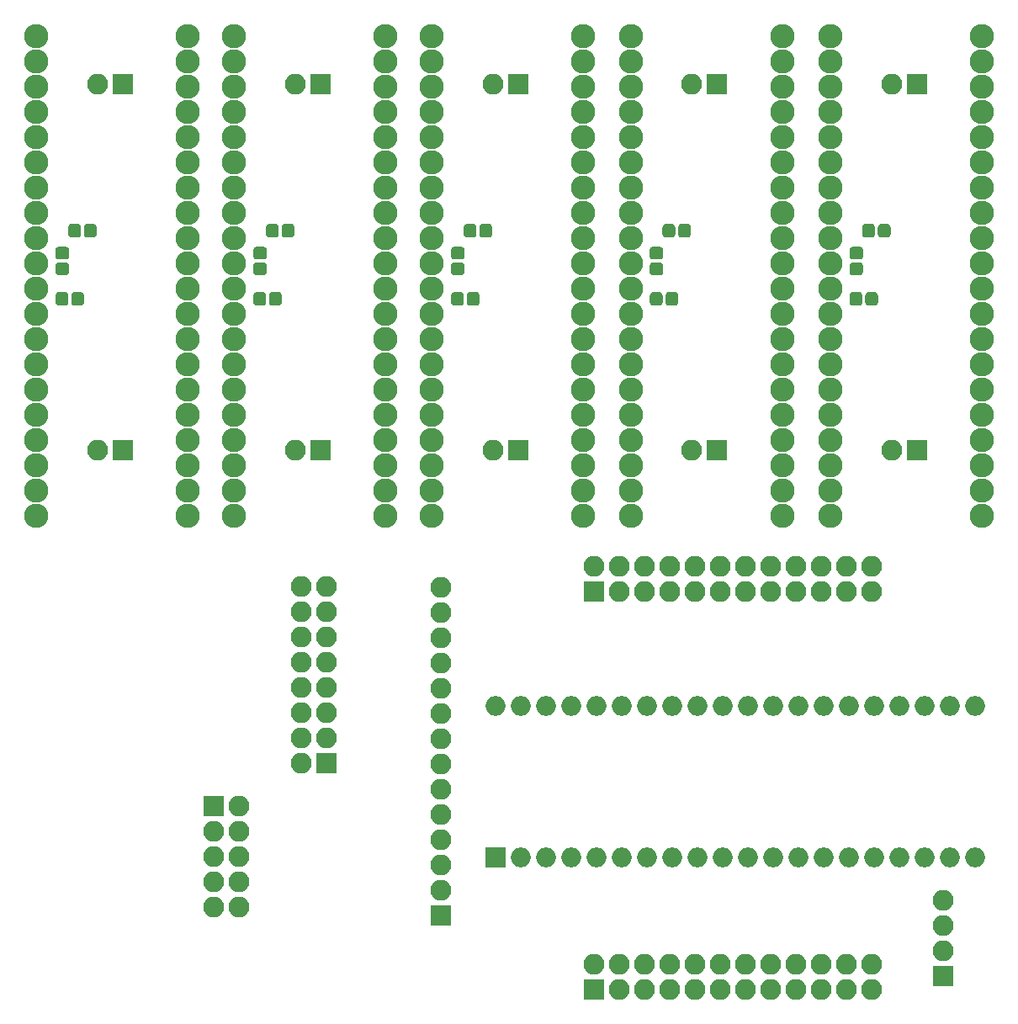
<source format=gbr>
G04 #@! TF.GenerationSoftware,KiCad,Pcbnew,5.0.0*
G04 #@! TF.CreationDate,2018-10-25T12:48:18+02:00*
G04 #@! TF.ProjectId,WaterFanBoard,576174657246616E426F6172642E6B69,rev?*
G04 #@! TF.SameCoordinates,Original*
G04 #@! TF.FileFunction,Soldermask,Bot*
G04 #@! TF.FilePolarity,Negative*
%FSLAX46Y46*%
G04 Gerber Fmt 4.6, Leading zero omitted, Abs format (unit mm)*
G04 Created by KiCad (PCBNEW 5.0.0) date Thu Oct 25 12:48:18 2018*
%MOMM*%
%LPD*%
G01*
G04 APERTURE LIST*
%ADD10R,2.100000X2.100000*%
%ADD11O,2.100000X2.100000*%
%ADD12O,2.000000X2.000000*%
%ADD13R,2.000000X2.000000*%
%ADD14O,2.450000X2.450000*%
%ADD15C,0.100000*%
%ADD16C,1.275000*%
G04 APERTURE END LIST*
D10*
G04 #@! TO.C,J1*
X142995237Y-190462313D03*
D11*
X142995237Y-187922313D03*
X142995237Y-185382313D03*
X142995237Y-182842313D03*
X142995237Y-180302313D03*
X142995237Y-177762313D03*
X142995237Y-175222313D03*
X142995237Y-172682313D03*
X142995237Y-170142313D03*
X142995237Y-167602313D03*
X142995237Y-165062313D03*
X142995237Y-162522313D03*
X142995237Y-159982313D03*
X142995237Y-157442313D03*
G04 #@! TD*
D10*
G04 #@! TO.C,J3*
X120095237Y-179462313D03*
D11*
X122635237Y-179462313D03*
X120095237Y-182002313D03*
X122635237Y-182002313D03*
X120095237Y-184542313D03*
X122635237Y-184542313D03*
X120095237Y-187082313D03*
X122635237Y-187082313D03*
X120095237Y-189622313D03*
X122635237Y-189622313D03*
G04 #@! TD*
D10*
G04 #@! TO.C,J2*
X131495237Y-175142313D03*
D11*
X128955237Y-175142313D03*
X131495237Y-172602313D03*
X128955237Y-172602313D03*
X131495237Y-170062313D03*
X128955237Y-170062313D03*
X131495237Y-167522313D03*
X128955237Y-167522313D03*
X131495237Y-164982313D03*
X128955237Y-164982313D03*
X131495237Y-162442313D03*
X128955237Y-162442313D03*
X131495237Y-159902313D03*
X128955237Y-159902313D03*
X131495237Y-157362313D03*
X128955237Y-157362313D03*
G04 #@! TD*
G04 #@! TO.C,J2*
X193510058Y-188945591D03*
X193510058Y-191485591D03*
X193510058Y-194025591D03*
D10*
X193510058Y-196565591D03*
G04 #@! TD*
G04 #@! TO.C,J3*
X158410058Y-157865591D03*
D11*
X158410058Y-155325591D03*
X160950058Y-157865591D03*
X160950058Y-155325591D03*
X163490058Y-157865591D03*
X163490058Y-155325591D03*
X166030058Y-157865591D03*
X166030058Y-155325591D03*
X168570058Y-157865591D03*
X168570058Y-155325591D03*
X171110058Y-157865591D03*
X171110058Y-155325591D03*
X173650058Y-157865591D03*
X173650058Y-155325591D03*
X176190058Y-157865591D03*
X176190058Y-155325591D03*
X178730058Y-157865591D03*
X178730058Y-155325591D03*
X181270058Y-157865591D03*
X181270058Y-155325591D03*
X183810058Y-157865591D03*
X183810058Y-155325591D03*
X186350058Y-157865591D03*
X186350058Y-155325591D03*
G04 #@! TD*
G04 #@! TO.C,J1*
X186350058Y-195325591D03*
X186350058Y-197865591D03*
X183810058Y-195325591D03*
X183810058Y-197865591D03*
X181270058Y-195325591D03*
X181270058Y-197865591D03*
X178730058Y-195325591D03*
X178730058Y-197865591D03*
X176190058Y-195325591D03*
X176190058Y-197865591D03*
X173650058Y-195325591D03*
X173650058Y-197865591D03*
X171110058Y-195325591D03*
X171110058Y-197865591D03*
X168570058Y-195325591D03*
X168570058Y-197865591D03*
X166030058Y-195325591D03*
X166030058Y-197865591D03*
X163490058Y-195325591D03*
X163490058Y-197865591D03*
X160950058Y-195325591D03*
X160950058Y-197865591D03*
X158410058Y-195325591D03*
D10*
X158410058Y-197865591D03*
G04 #@! TD*
D12*
G04 #@! TO.C,U1*
X148510058Y-169325591D03*
X196770058Y-184565591D03*
X151050058Y-169325591D03*
X194230058Y-184565591D03*
X153590058Y-169325591D03*
X191690058Y-184565591D03*
X156130058Y-169325591D03*
X189150058Y-184565591D03*
X158670058Y-169325591D03*
X186610058Y-184565591D03*
X161210058Y-169325591D03*
X184070058Y-184565591D03*
X163750058Y-169325591D03*
X181530058Y-184565591D03*
X166290058Y-169325591D03*
X178990058Y-184565591D03*
X168830058Y-169325591D03*
X176450058Y-184565591D03*
X171370058Y-169325591D03*
X173910058Y-184565591D03*
X173910058Y-169325591D03*
X171370058Y-184565591D03*
X176450058Y-169325591D03*
X168830058Y-184565591D03*
X178990058Y-169325591D03*
X166290058Y-184565591D03*
X181530058Y-169325591D03*
X163750058Y-184565591D03*
X184070058Y-169325591D03*
X161210058Y-184565591D03*
X186610058Y-169325591D03*
X158670058Y-184565591D03*
X189150058Y-169325591D03*
X156130058Y-184565591D03*
X191690058Y-169325591D03*
X153590058Y-184565591D03*
X194230058Y-169325591D03*
X151050058Y-184565591D03*
X196770058Y-169325591D03*
D13*
X148510058Y-184565591D03*
G04 #@! TD*
D14*
G04 #@! TO.C,U1*
X117513000Y-150246000D03*
X117513000Y-147706000D03*
X117513000Y-145166000D03*
X117513000Y-142626000D03*
X117513000Y-140086000D03*
X117513000Y-137546000D03*
X117513000Y-135006000D03*
X117513000Y-132466000D03*
X117513000Y-129926000D03*
X117513000Y-127386000D03*
X117513000Y-124846000D03*
X117513000Y-122306000D03*
X117513000Y-119766000D03*
X117513000Y-117226000D03*
X117513000Y-114686000D03*
X117513000Y-112146000D03*
X117513000Y-109606000D03*
X117513000Y-107066000D03*
X117513000Y-104526000D03*
X117513000Y-101986000D03*
X102273000Y-101986000D03*
X102273000Y-104526000D03*
X102273000Y-107066000D03*
X102273000Y-109606000D03*
X102273000Y-112146000D03*
X102273000Y-114686000D03*
X102273000Y-117226000D03*
X102273000Y-119766000D03*
X102273000Y-122306000D03*
X102273000Y-124846000D03*
X102273000Y-127386000D03*
X102273000Y-129926000D03*
X102273000Y-132466000D03*
X102273000Y-135006000D03*
X102273000Y-137546000D03*
X102273000Y-140086000D03*
X102273000Y-142626000D03*
X102273000Y-145166000D03*
X102273000Y-147706000D03*
X102273000Y-150246000D03*
G04 #@! TD*
D15*
G04 #@! TO.C,R7*
G36*
X108041493Y-120870535D02*
X108072435Y-120875125D01*
X108102778Y-120882725D01*
X108132230Y-120893263D01*
X108160508Y-120906638D01*
X108187338Y-120922719D01*
X108212463Y-120941353D01*
X108235640Y-120962360D01*
X108256647Y-120985537D01*
X108275281Y-121010662D01*
X108291362Y-121037492D01*
X108304737Y-121065770D01*
X108315275Y-121095222D01*
X108322875Y-121125565D01*
X108327465Y-121156507D01*
X108329000Y-121187750D01*
X108329000Y-121900250D01*
X108327465Y-121931493D01*
X108322875Y-121962435D01*
X108315275Y-121992778D01*
X108304737Y-122022230D01*
X108291362Y-122050508D01*
X108275281Y-122077338D01*
X108256647Y-122102463D01*
X108235640Y-122125640D01*
X108212463Y-122146647D01*
X108187338Y-122165281D01*
X108160508Y-122181362D01*
X108132230Y-122194737D01*
X108102778Y-122205275D01*
X108072435Y-122212875D01*
X108041493Y-122217465D01*
X108010250Y-122219000D01*
X107372750Y-122219000D01*
X107341507Y-122217465D01*
X107310565Y-122212875D01*
X107280222Y-122205275D01*
X107250770Y-122194737D01*
X107222492Y-122181362D01*
X107195662Y-122165281D01*
X107170537Y-122146647D01*
X107147360Y-122125640D01*
X107126353Y-122102463D01*
X107107719Y-122077338D01*
X107091638Y-122050508D01*
X107078263Y-122022230D01*
X107067725Y-121992778D01*
X107060125Y-121962435D01*
X107055535Y-121931493D01*
X107054000Y-121900250D01*
X107054000Y-121187750D01*
X107055535Y-121156507D01*
X107060125Y-121125565D01*
X107067725Y-121095222D01*
X107078263Y-121065770D01*
X107091638Y-121037492D01*
X107107719Y-121010662D01*
X107126353Y-120985537D01*
X107147360Y-120962360D01*
X107170537Y-120941353D01*
X107195662Y-120922719D01*
X107222492Y-120906638D01*
X107250770Y-120893263D01*
X107280222Y-120882725D01*
X107310565Y-120875125D01*
X107341507Y-120870535D01*
X107372750Y-120869000D01*
X108010250Y-120869000D01*
X108041493Y-120870535D01*
X108041493Y-120870535D01*
G37*
D16*
X107691500Y-121544000D03*
D15*
G36*
X106466493Y-120870535D02*
X106497435Y-120875125D01*
X106527778Y-120882725D01*
X106557230Y-120893263D01*
X106585508Y-120906638D01*
X106612338Y-120922719D01*
X106637463Y-120941353D01*
X106660640Y-120962360D01*
X106681647Y-120985537D01*
X106700281Y-121010662D01*
X106716362Y-121037492D01*
X106729737Y-121065770D01*
X106740275Y-121095222D01*
X106747875Y-121125565D01*
X106752465Y-121156507D01*
X106754000Y-121187750D01*
X106754000Y-121900250D01*
X106752465Y-121931493D01*
X106747875Y-121962435D01*
X106740275Y-121992778D01*
X106729737Y-122022230D01*
X106716362Y-122050508D01*
X106700281Y-122077338D01*
X106681647Y-122102463D01*
X106660640Y-122125640D01*
X106637463Y-122146647D01*
X106612338Y-122165281D01*
X106585508Y-122181362D01*
X106557230Y-122194737D01*
X106527778Y-122205275D01*
X106497435Y-122212875D01*
X106466493Y-122217465D01*
X106435250Y-122219000D01*
X105797750Y-122219000D01*
X105766507Y-122217465D01*
X105735565Y-122212875D01*
X105705222Y-122205275D01*
X105675770Y-122194737D01*
X105647492Y-122181362D01*
X105620662Y-122165281D01*
X105595537Y-122146647D01*
X105572360Y-122125640D01*
X105551353Y-122102463D01*
X105532719Y-122077338D01*
X105516638Y-122050508D01*
X105503263Y-122022230D01*
X105492725Y-121992778D01*
X105485125Y-121962435D01*
X105480535Y-121931493D01*
X105479000Y-121900250D01*
X105479000Y-121187750D01*
X105480535Y-121156507D01*
X105485125Y-121125565D01*
X105492725Y-121095222D01*
X105503263Y-121065770D01*
X105516638Y-121037492D01*
X105532719Y-121010662D01*
X105551353Y-120985537D01*
X105572360Y-120962360D01*
X105595537Y-120941353D01*
X105620662Y-120922719D01*
X105647492Y-120906638D01*
X105675770Y-120893263D01*
X105705222Y-120882725D01*
X105735565Y-120875125D01*
X105766507Y-120870535D01*
X105797750Y-120869000D01*
X106435250Y-120869000D01*
X106466493Y-120870535D01*
X106466493Y-120870535D01*
G37*
D16*
X106116500Y-121544000D03*
G04 #@! TD*
D15*
G04 #@! TO.C,R6*
G36*
X106771493Y-127728535D02*
X106802435Y-127733125D01*
X106832778Y-127740725D01*
X106862230Y-127751263D01*
X106890508Y-127764638D01*
X106917338Y-127780719D01*
X106942463Y-127799353D01*
X106965640Y-127820360D01*
X106986647Y-127843537D01*
X107005281Y-127868662D01*
X107021362Y-127895492D01*
X107034737Y-127923770D01*
X107045275Y-127953222D01*
X107052875Y-127983565D01*
X107057465Y-128014507D01*
X107059000Y-128045750D01*
X107059000Y-128758250D01*
X107057465Y-128789493D01*
X107052875Y-128820435D01*
X107045275Y-128850778D01*
X107034737Y-128880230D01*
X107021362Y-128908508D01*
X107005281Y-128935338D01*
X106986647Y-128960463D01*
X106965640Y-128983640D01*
X106942463Y-129004647D01*
X106917338Y-129023281D01*
X106890508Y-129039362D01*
X106862230Y-129052737D01*
X106832778Y-129063275D01*
X106802435Y-129070875D01*
X106771493Y-129075465D01*
X106740250Y-129077000D01*
X106102750Y-129077000D01*
X106071507Y-129075465D01*
X106040565Y-129070875D01*
X106010222Y-129063275D01*
X105980770Y-129052737D01*
X105952492Y-129039362D01*
X105925662Y-129023281D01*
X105900537Y-129004647D01*
X105877360Y-128983640D01*
X105856353Y-128960463D01*
X105837719Y-128935338D01*
X105821638Y-128908508D01*
X105808263Y-128880230D01*
X105797725Y-128850778D01*
X105790125Y-128820435D01*
X105785535Y-128789493D01*
X105784000Y-128758250D01*
X105784000Y-128045750D01*
X105785535Y-128014507D01*
X105790125Y-127983565D01*
X105797725Y-127953222D01*
X105808263Y-127923770D01*
X105821638Y-127895492D01*
X105837719Y-127868662D01*
X105856353Y-127843537D01*
X105877360Y-127820360D01*
X105900537Y-127799353D01*
X105925662Y-127780719D01*
X105952492Y-127764638D01*
X105980770Y-127751263D01*
X106010222Y-127740725D01*
X106040565Y-127733125D01*
X106071507Y-127728535D01*
X106102750Y-127727000D01*
X106740250Y-127727000D01*
X106771493Y-127728535D01*
X106771493Y-127728535D01*
G37*
D16*
X106421500Y-128402000D03*
D15*
G36*
X105196493Y-127728535D02*
X105227435Y-127733125D01*
X105257778Y-127740725D01*
X105287230Y-127751263D01*
X105315508Y-127764638D01*
X105342338Y-127780719D01*
X105367463Y-127799353D01*
X105390640Y-127820360D01*
X105411647Y-127843537D01*
X105430281Y-127868662D01*
X105446362Y-127895492D01*
X105459737Y-127923770D01*
X105470275Y-127953222D01*
X105477875Y-127983565D01*
X105482465Y-128014507D01*
X105484000Y-128045750D01*
X105484000Y-128758250D01*
X105482465Y-128789493D01*
X105477875Y-128820435D01*
X105470275Y-128850778D01*
X105459737Y-128880230D01*
X105446362Y-128908508D01*
X105430281Y-128935338D01*
X105411647Y-128960463D01*
X105390640Y-128983640D01*
X105367463Y-129004647D01*
X105342338Y-129023281D01*
X105315508Y-129039362D01*
X105287230Y-129052737D01*
X105257778Y-129063275D01*
X105227435Y-129070875D01*
X105196493Y-129075465D01*
X105165250Y-129077000D01*
X104527750Y-129077000D01*
X104496507Y-129075465D01*
X104465565Y-129070875D01*
X104435222Y-129063275D01*
X104405770Y-129052737D01*
X104377492Y-129039362D01*
X104350662Y-129023281D01*
X104325537Y-129004647D01*
X104302360Y-128983640D01*
X104281353Y-128960463D01*
X104262719Y-128935338D01*
X104246638Y-128908508D01*
X104233263Y-128880230D01*
X104222725Y-128850778D01*
X104215125Y-128820435D01*
X104210535Y-128789493D01*
X104209000Y-128758250D01*
X104209000Y-128045750D01*
X104210535Y-128014507D01*
X104215125Y-127983565D01*
X104222725Y-127953222D01*
X104233263Y-127923770D01*
X104246638Y-127895492D01*
X104262719Y-127868662D01*
X104281353Y-127843537D01*
X104302360Y-127820360D01*
X104325537Y-127799353D01*
X104350662Y-127780719D01*
X104377492Y-127764638D01*
X104405770Y-127751263D01*
X104435222Y-127740725D01*
X104465565Y-127733125D01*
X104496507Y-127728535D01*
X104527750Y-127727000D01*
X105165250Y-127727000D01*
X105196493Y-127728535D01*
X105196493Y-127728535D01*
G37*
D16*
X104846500Y-128402000D03*
G04 #@! TD*
D15*
G04 #@! TO.C,R5*
G36*
X105259493Y-124743535D02*
X105290435Y-124748125D01*
X105320778Y-124755725D01*
X105350230Y-124766263D01*
X105378508Y-124779638D01*
X105405338Y-124795719D01*
X105430463Y-124814353D01*
X105453640Y-124835360D01*
X105474647Y-124858537D01*
X105493281Y-124883662D01*
X105509362Y-124910492D01*
X105522737Y-124938770D01*
X105533275Y-124968222D01*
X105540875Y-124998565D01*
X105545465Y-125029507D01*
X105547000Y-125060750D01*
X105547000Y-125698250D01*
X105545465Y-125729493D01*
X105540875Y-125760435D01*
X105533275Y-125790778D01*
X105522737Y-125820230D01*
X105509362Y-125848508D01*
X105493281Y-125875338D01*
X105474647Y-125900463D01*
X105453640Y-125923640D01*
X105430463Y-125944647D01*
X105405338Y-125963281D01*
X105378508Y-125979362D01*
X105350230Y-125992737D01*
X105320778Y-126003275D01*
X105290435Y-126010875D01*
X105259493Y-126015465D01*
X105228250Y-126017000D01*
X104515750Y-126017000D01*
X104484507Y-126015465D01*
X104453565Y-126010875D01*
X104423222Y-126003275D01*
X104393770Y-125992737D01*
X104365492Y-125979362D01*
X104338662Y-125963281D01*
X104313537Y-125944647D01*
X104290360Y-125923640D01*
X104269353Y-125900463D01*
X104250719Y-125875338D01*
X104234638Y-125848508D01*
X104221263Y-125820230D01*
X104210725Y-125790778D01*
X104203125Y-125760435D01*
X104198535Y-125729493D01*
X104197000Y-125698250D01*
X104197000Y-125060750D01*
X104198535Y-125029507D01*
X104203125Y-124998565D01*
X104210725Y-124968222D01*
X104221263Y-124938770D01*
X104234638Y-124910492D01*
X104250719Y-124883662D01*
X104269353Y-124858537D01*
X104290360Y-124835360D01*
X104313537Y-124814353D01*
X104338662Y-124795719D01*
X104365492Y-124779638D01*
X104393770Y-124766263D01*
X104423222Y-124755725D01*
X104453565Y-124748125D01*
X104484507Y-124743535D01*
X104515750Y-124742000D01*
X105228250Y-124742000D01*
X105259493Y-124743535D01*
X105259493Y-124743535D01*
G37*
D16*
X104872000Y-125379500D03*
D15*
G36*
X105259493Y-123168535D02*
X105290435Y-123173125D01*
X105320778Y-123180725D01*
X105350230Y-123191263D01*
X105378508Y-123204638D01*
X105405338Y-123220719D01*
X105430463Y-123239353D01*
X105453640Y-123260360D01*
X105474647Y-123283537D01*
X105493281Y-123308662D01*
X105509362Y-123335492D01*
X105522737Y-123363770D01*
X105533275Y-123393222D01*
X105540875Y-123423565D01*
X105545465Y-123454507D01*
X105547000Y-123485750D01*
X105547000Y-124123250D01*
X105545465Y-124154493D01*
X105540875Y-124185435D01*
X105533275Y-124215778D01*
X105522737Y-124245230D01*
X105509362Y-124273508D01*
X105493281Y-124300338D01*
X105474647Y-124325463D01*
X105453640Y-124348640D01*
X105430463Y-124369647D01*
X105405338Y-124388281D01*
X105378508Y-124404362D01*
X105350230Y-124417737D01*
X105320778Y-124428275D01*
X105290435Y-124435875D01*
X105259493Y-124440465D01*
X105228250Y-124442000D01*
X104515750Y-124442000D01*
X104484507Y-124440465D01*
X104453565Y-124435875D01*
X104423222Y-124428275D01*
X104393770Y-124417737D01*
X104365492Y-124404362D01*
X104338662Y-124388281D01*
X104313537Y-124369647D01*
X104290360Y-124348640D01*
X104269353Y-124325463D01*
X104250719Y-124300338D01*
X104234638Y-124273508D01*
X104221263Y-124245230D01*
X104210725Y-124215778D01*
X104203125Y-124185435D01*
X104198535Y-124154493D01*
X104197000Y-124123250D01*
X104197000Y-123485750D01*
X104198535Y-123454507D01*
X104203125Y-123423565D01*
X104210725Y-123393222D01*
X104221263Y-123363770D01*
X104234638Y-123335492D01*
X104250719Y-123308662D01*
X104269353Y-123283537D01*
X104290360Y-123260360D01*
X104313537Y-123239353D01*
X104338662Y-123220719D01*
X104365492Y-123204638D01*
X104393770Y-123191263D01*
X104423222Y-123180725D01*
X104453565Y-123173125D01*
X104484507Y-123168535D01*
X104515750Y-123167000D01*
X105228250Y-123167000D01*
X105259493Y-123168535D01*
X105259493Y-123168535D01*
G37*
D16*
X104872000Y-123804500D03*
G04 #@! TD*
D10*
G04 #@! TO.C,J1*
X110968000Y-143642000D03*
D11*
X108428000Y-143642000D03*
G04 #@! TD*
D10*
G04 #@! TO.C,J2*
X110968000Y-106812000D03*
D11*
X108428000Y-106812000D03*
G04 #@! TD*
D14*
G04 #@! TO.C,U1*
X137413000Y-150246000D03*
X137413000Y-147706000D03*
X137413000Y-145166000D03*
X137413000Y-142626000D03*
X137413000Y-140086000D03*
X137413000Y-137546000D03*
X137413000Y-135006000D03*
X137413000Y-132466000D03*
X137413000Y-129926000D03*
X137413000Y-127386000D03*
X137413000Y-124846000D03*
X137413000Y-122306000D03*
X137413000Y-119766000D03*
X137413000Y-117226000D03*
X137413000Y-114686000D03*
X137413000Y-112146000D03*
X137413000Y-109606000D03*
X137413000Y-107066000D03*
X137413000Y-104526000D03*
X137413000Y-101986000D03*
X122173000Y-101986000D03*
X122173000Y-104526000D03*
X122173000Y-107066000D03*
X122173000Y-109606000D03*
X122173000Y-112146000D03*
X122173000Y-114686000D03*
X122173000Y-117226000D03*
X122173000Y-119766000D03*
X122173000Y-122306000D03*
X122173000Y-124846000D03*
X122173000Y-127386000D03*
X122173000Y-129926000D03*
X122173000Y-132466000D03*
X122173000Y-135006000D03*
X122173000Y-137546000D03*
X122173000Y-140086000D03*
X122173000Y-142626000D03*
X122173000Y-145166000D03*
X122173000Y-147706000D03*
X122173000Y-150246000D03*
G04 #@! TD*
D15*
G04 #@! TO.C,R7*
G36*
X127941493Y-120870535D02*
X127972435Y-120875125D01*
X128002778Y-120882725D01*
X128032230Y-120893263D01*
X128060508Y-120906638D01*
X128087338Y-120922719D01*
X128112463Y-120941353D01*
X128135640Y-120962360D01*
X128156647Y-120985537D01*
X128175281Y-121010662D01*
X128191362Y-121037492D01*
X128204737Y-121065770D01*
X128215275Y-121095222D01*
X128222875Y-121125565D01*
X128227465Y-121156507D01*
X128229000Y-121187750D01*
X128229000Y-121900250D01*
X128227465Y-121931493D01*
X128222875Y-121962435D01*
X128215275Y-121992778D01*
X128204737Y-122022230D01*
X128191362Y-122050508D01*
X128175281Y-122077338D01*
X128156647Y-122102463D01*
X128135640Y-122125640D01*
X128112463Y-122146647D01*
X128087338Y-122165281D01*
X128060508Y-122181362D01*
X128032230Y-122194737D01*
X128002778Y-122205275D01*
X127972435Y-122212875D01*
X127941493Y-122217465D01*
X127910250Y-122219000D01*
X127272750Y-122219000D01*
X127241507Y-122217465D01*
X127210565Y-122212875D01*
X127180222Y-122205275D01*
X127150770Y-122194737D01*
X127122492Y-122181362D01*
X127095662Y-122165281D01*
X127070537Y-122146647D01*
X127047360Y-122125640D01*
X127026353Y-122102463D01*
X127007719Y-122077338D01*
X126991638Y-122050508D01*
X126978263Y-122022230D01*
X126967725Y-121992778D01*
X126960125Y-121962435D01*
X126955535Y-121931493D01*
X126954000Y-121900250D01*
X126954000Y-121187750D01*
X126955535Y-121156507D01*
X126960125Y-121125565D01*
X126967725Y-121095222D01*
X126978263Y-121065770D01*
X126991638Y-121037492D01*
X127007719Y-121010662D01*
X127026353Y-120985537D01*
X127047360Y-120962360D01*
X127070537Y-120941353D01*
X127095662Y-120922719D01*
X127122492Y-120906638D01*
X127150770Y-120893263D01*
X127180222Y-120882725D01*
X127210565Y-120875125D01*
X127241507Y-120870535D01*
X127272750Y-120869000D01*
X127910250Y-120869000D01*
X127941493Y-120870535D01*
X127941493Y-120870535D01*
G37*
D16*
X127591500Y-121544000D03*
D15*
G36*
X126366493Y-120870535D02*
X126397435Y-120875125D01*
X126427778Y-120882725D01*
X126457230Y-120893263D01*
X126485508Y-120906638D01*
X126512338Y-120922719D01*
X126537463Y-120941353D01*
X126560640Y-120962360D01*
X126581647Y-120985537D01*
X126600281Y-121010662D01*
X126616362Y-121037492D01*
X126629737Y-121065770D01*
X126640275Y-121095222D01*
X126647875Y-121125565D01*
X126652465Y-121156507D01*
X126654000Y-121187750D01*
X126654000Y-121900250D01*
X126652465Y-121931493D01*
X126647875Y-121962435D01*
X126640275Y-121992778D01*
X126629737Y-122022230D01*
X126616362Y-122050508D01*
X126600281Y-122077338D01*
X126581647Y-122102463D01*
X126560640Y-122125640D01*
X126537463Y-122146647D01*
X126512338Y-122165281D01*
X126485508Y-122181362D01*
X126457230Y-122194737D01*
X126427778Y-122205275D01*
X126397435Y-122212875D01*
X126366493Y-122217465D01*
X126335250Y-122219000D01*
X125697750Y-122219000D01*
X125666507Y-122217465D01*
X125635565Y-122212875D01*
X125605222Y-122205275D01*
X125575770Y-122194737D01*
X125547492Y-122181362D01*
X125520662Y-122165281D01*
X125495537Y-122146647D01*
X125472360Y-122125640D01*
X125451353Y-122102463D01*
X125432719Y-122077338D01*
X125416638Y-122050508D01*
X125403263Y-122022230D01*
X125392725Y-121992778D01*
X125385125Y-121962435D01*
X125380535Y-121931493D01*
X125379000Y-121900250D01*
X125379000Y-121187750D01*
X125380535Y-121156507D01*
X125385125Y-121125565D01*
X125392725Y-121095222D01*
X125403263Y-121065770D01*
X125416638Y-121037492D01*
X125432719Y-121010662D01*
X125451353Y-120985537D01*
X125472360Y-120962360D01*
X125495537Y-120941353D01*
X125520662Y-120922719D01*
X125547492Y-120906638D01*
X125575770Y-120893263D01*
X125605222Y-120882725D01*
X125635565Y-120875125D01*
X125666507Y-120870535D01*
X125697750Y-120869000D01*
X126335250Y-120869000D01*
X126366493Y-120870535D01*
X126366493Y-120870535D01*
G37*
D16*
X126016500Y-121544000D03*
G04 #@! TD*
D15*
G04 #@! TO.C,R6*
G36*
X126671493Y-127728535D02*
X126702435Y-127733125D01*
X126732778Y-127740725D01*
X126762230Y-127751263D01*
X126790508Y-127764638D01*
X126817338Y-127780719D01*
X126842463Y-127799353D01*
X126865640Y-127820360D01*
X126886647Y-127843537D01*
X126905281Y-127868662D01*
X126921362Y-127895492D01*
X126934737Y-127923770D01*
X126945275Y-127953222D01*
X126952875Y-127983565D01*
X126957465Y-128014507D01*
X126959000Y-128045750D01*
X126959000Y-128758250D01*
X126957465Y-128789493D01*
X126952875Y-128820435D01*
X126945275Y-128850778D01*
X126934737Y-128880230D01*
X126921362Y-128908508D01*
X126905281Y-128935338D01*
X126886647Y-128960463D01*
X126865640Y-128983640D01*
X126842463Y-129004647D01*
X126817338Y-129023281D01*
X126790508Y-129039362D01*
X126762230Y-129052737D01*
X126732778Y-129063275D01*
X126702435Y-129070875D01*
X126671493Y-129075465D01*
X126640250Y-129077000D01*
X126002750Y-129077000D01*
X125971507Y-129075465D01*
X125940565Y-129070875D01*
X125910222Y-129063275D01*
X125880770Y-129052737D01*
X125852492Y-129039362D01*
X125825662Y-129023281D01*
X125800537Y-129004647D01*
X125777360Y-128983640D01*
X125756353Y-128960463D01*
X125737719Y-128935338D01*
X125721638Y-128908508D01*
X125708263Y-128880230D01*
X125697725Y-128850778D01*
X125690125Y-128820435D01*
X125685535Y-128789493D01*
X125684000Y-128758250D01*
X125684000Y-128045750D01*
X125685535Y-128014507D01*
X125690125Y-127983565D01*
X125697725Y-127953222D01*
X125708263Y-127923770D01*
X125721638Y-127895492D01*
X125737719Y-127868662D01*
X125756353Y-127843537D01*
X125777360Y-127820360D01*
X125800537Y-127799353D01*
X125825662Y-127780719D01*
X125852492Y-127764638D01*
X125880770Y-127751263D01*
X125910222Y-127740725D01*
X125940565Y-127733125D01*
X125971507Y-127728535D01*
X126002750Y-127727000D01*
X126640250Y-127727000D01*
X126671493Y-127728535D01*
X126671493Y-127728535D01*
G37*
D16*
X126321500Y-128402000D03*
D15*
G36*
X125096493Y-127728535D02*
X125127435Y-127733125D01*
X125157778Y-127740725D01*
X125187230Y-127751263D01*
X125215508Y-127764638D01*
X125242338Y-127780719D01*
X125267463Y-127799353D01*
X125290640Y-127820360D01*
X125311647Y-127843537D01*
X125330281Y-127868662D01*
X125346362Y-127895492D01*
X125359737Y-127923770D01*
X125370275Y-127953222D01*
X125377875Y-127983565D01*
X125382465Y-128014507D01*
X125384000Y-128045750D01*
X125384000Y-128758250D01*
X125382465Y-128789493D01*
X125377875Y-128820435D01*
X125370275Y-128850778D01*
X125359737Y-128880230D01*
X125346362Y-128908508D01*
X125330281Y-128935338D01*
X125311647Y-128960463D01*
X125290640Y-128983640D01*
X125267463Y-129004647D01*
X125242338Y-129023281D01*
X125215508Y-129039362D01*
X125187230Y-129052737D01*
X125157778Y-129063275D01*
X125127435Y-129070875D01*
X125096493Y-129075465D01*
X125065250Y-129077000D01*
X124427750Y-129077000D01*
X124396507Y-129075465D01*
X124365565Y-129070875D01*
X124335222Y-129063275D01*
X124305770Y-129052737D01*
X124277492Y-129039362D01*
X124250662Y-129023281D01*
X124225537Y-129004647D01*
X124202360Y-128983640D01*
X124181353Y-128960463D01*
X124162719Y-128935338D01*
X124146638Y-128908508D01*
X124133263Y-128880230D01*
X124122725Y-128850778D01*
X124115125Y-128820435D01*
X124110535Y-128789493D01*
X124109000Y-128758250D01*
X124109000Y-128045750D01*
X124110535Y-128014507D01*
X124115125Y-127983565D01*
X124122725Y-127953222D01*
X124133263Y-127923770D01*
X124146638Y-127895492D01*
X124162719Y-127868662D01*
X124181353Y-127843537D01*
X124202360Y-127820360D01*
X124225537Y-127799353D01*
X124250662Y-127780719D01*
X124277492Y-127764638D01*
X124305770Y-127751263D01*
X124335222Y-127740725D01*
X124365565Y-127733125D01*
X124396507Y-127728535D01*
X124427750Y-127727000D01*
X125065250Y-127727000D01*
X125096493Y-127728535D01*
X125096493Y-127728535D01*
G37*
D16*
X124746500Y-128402000D03*
G04 #@! TD*
D15*
G04 #@! TO.C,R5*
G36*
X125159493Y-124743535D02*
X125190435Y-124748125D01*
X125220778Y-124755725D01*
X125250230Y-124766263D01*
X125278508Y-124779638D01*
X125305338Y-124795719D01*
X125330463Y-124814353D01*
X125353640Y-124835360D01*
X125374647Y-124858537D01*
X125393281Y-124883662D01*
X125409362Y-124910492D01*
X125422737Y-124938770D01*
X125433275Y-124968222D01*
X125440875Y-124998565D01*
X125445465Y-125029507D01*
X125447000Y-125060750D01*
X125447000Y-125698250D01*
X125445465Y-125729493D01*
X125440875Y-125760435D01*
X125433275Y-125790778D01*
X125422737Y-125820230D01*
X125409362Y-125848508D01*
X125393281Y-125875338D01*
X125374647Y-125900463D01*
X125353640Y-125923640D01*
X125330463Y-125944647D01*
X125305338Y-125963281D01*
X125278508Y-125979362D01*
X125250230Y-125992737D01*
X125220778Y-126003275D01*
X125190435Y-126010875D01*
X125159493Y-126015465D01*
X125128250Y-126017000D01*
X124415750Y-126017000D01*
X124384507Y-126015465D01*
X124353565Y-126010875D01*
X124323222Y-126003275D01*
X124293770Y-125992737D01*
X124265492Y-125979362D01*
X124238662Y-125963281D01*
X124213537Y-125944647D01*
X124190360Y-125923640D01*
X124169353Y-125900463D01*
X124150719Y-125875338D01*
X124134638Y-125848508D01*
X124121263Y-125820230D01*
X124110725Y-125790778D01*
X124103125Y-125760435D01*
X124098535Y-125729493D01*
X124097000Y-125698250D01*
X124097000Y-125060750D01*
X124098535Y-125029507D01*
X124103125Y-124998565D01*
X124110725Y-124968222D01*
X124121263Y-124938770D01*
X124134638Y-124910492D01*
X124150719Y-124883662D01*
X124169353Y-124858537D01*
X124190360Y-124835360D01*
X124213537Y-124814353D01*
X124238662Y-124795719D01*
X124265492Y-124779638D01*
X124293770Y-124766263D01*
X124323222Y-124755725D01*
X124353565Y-124748125D01*
X124384507Y-124743535D01*
X124415750Y-124742000D01*
X125128250Y-124742000D01*
X125159493Y-124743535D01*
X125159493Y-124743535D01*
G37*
D16*
X124772000Y-125379500D03*
D15*
G36*
X125159493Y-123168535D02*
X125190435Y-123173125D01*
X125220778Y-123180725D01*
X125250230Y-123191263D01*
X125278508Y-123204638D01*
X125305338Y-123220719D01*
X125330463Y-123239353D01*
X125353640Y-123260360D01*
X125374647Y-123283537D01*
X125393281Y-123308662D01*
X125409362Y-123335492D01*
X125422737Y-123363770D01*
X125433275Y-123393222D01*
X125440875Y-123423565D01*
X125445465Y-123454507D01*
X125447000Y-123485750D01*
X125447000Y-124123250D01*
X125445465Y-124154493D01*
X125440875Y-124185435D01*
X125433275Y-124215778D01*
X125422737Y-124245230D01*
X125409362Y-124273508D01*
X125393281Y-124300338D01*
X125374647Y-124325463D01*
X125353640Y-124348640D01*
X125330463Y-124369647D01*
X125305338Y-124388281D01*
X125278508Y-124404362D01*
X125250230Y-124417737D01*
X125220778Y-124428275D01*
X125190435Y-124435875D01*
X125159493Y-124440465D01*
X125128250Y-124442000D01*
X124415750Y-124442000D01*
X124384507Y-124440465D01*
X124353565Y-124435875D01*
X124323222Y-124428275D01*
X124293770Y-124417737D01*
X124265492Y-124404362D01*
X124238662Y-124388281D01*
X124213537Y-124369647D01*
X124190360Y-124348640D01*
X124169353Y-124325463D01*
X124150719Y-124300338D01*
X124134638Y-124273508D01*
X124121263Y-124245230D01*
X124110725Y-124215778D01*
X124103125Y-124185435D01*
X124098535Y-124154493D01*
X124097000Y-124123250D01*
X124097000Y-123485750D01*
X124098535Y-123454507D01*
X124103125Y-123423565D01*
X124110725Y-123393222D01*
X124121263Y-123363770D01*
X124134638Y-123335492D01*
X124150719Y-123308662D01*
X124169353Y-123283537D01*
X124190360Y-123260360D01*
X124213537Y-123239353D01*
X124238662Y-123220719D01*
X124265492Y-123204638D01*
X124293770Y-123191263D01*
X124323222Y-123180725D01*
X124353565Y-123173125D01*
X124384507Y-123168535D01*
X124415750Y-123167000D01*
X125128250Y-123167000D01*
X125159493Y-123168535D01*
X125159493Y-123168535D01*
G37*
D16*
X124772000Y-123804500D03*
G04 #@! TD*
D10*
G04 #@! TO.C,J1*
X130868000Y-143642000D03*
D11*
X128328000Y-143642000D03*
G04 #@! TD*
D10*
G04 #@! TO.C,J2*
X130868000Y-106812000D03*
D11*
X128328000Y-106812000D03*
G04 #@! TD*
D14*
G04 #@! TO.C,U1*
X157313000Y-150246000D03*
X157313000Y-147706000D03*
X157313000Y-145166000D03*
X157313000Y-142626000D03*
X157313000Y-140086000D03*
X157313000Y-137546000D03*
X157313000Y-135006000D03*
X157313000Y-132466000D03*
X157313000Y-129926000D03*
X157313000Y-127386000D03*
X157313000Y-124846000D03*
X157313000Y-122306000D03*
X157313000Y-119766000D03*
X157313000Y-117226000D03*
X157313000Y-114686000D03*
X157313000Y-112146000D03*
X157313000Y-109606000D03*
X157313000Y-107066000D03*
X157313000Y-104526000D03*
X157313000Y-101986000D03*
X142073000Y-101986000D03*
X142073000Y-104526000D03*
X142073000Y-107066000D03*
X142073000Y-109606000D03*
X142073000Y-112146000D03*
X142073000Y-114686000D03*
X142073000Y-117226000D03*
X142073000Y-119766000D03*
X142073000Y-122306000D03*
X142073000Y-124846000D03*
X142073000Y-127386000D03*
X142073000Y-129926000D03*
X142073000Y-132466000D03*
X142073000Y-135006000D03*
X142073000Y-137546000D03*
X142073000Y-140086000D03*
X142073000Y-142626000D03*
X142073000Y-145166000D03*
X142073000Y-147706000D03*
X142073000Y-150246000D03*
G04 #@! TD*
D15*
G04 #@! TO.C,R7*
G36*
X147841493Y-120870535D02*
X147872435Y-120875125D01*
X147902778Y-120882725D01*
X147932230Y-120893263D01*
X147960508Y-120906638D01*
X147987338Y-120922719D01*
X148012463Y-120941353D01*
X148035640Y-120962360D01*
X148056647Y-120985537D01*
X148075281Y-121010662D01*
X148091362Y-121037492D01*
X148104737Y-121065770D01*
X148115275Y-121095222D01*
X148122875Y-121125565D01*
X148127465Y-121156507D01*
X148129000Y-121187750D01*
X148129000Y-121900250D01*
X148127465Y-121931493D01*
X148122875Y-121962435D01*
X148115275Y-121992778D01*
X148104737Y-122022230D01*
X148091362Y-122050508D01*
X148075281Y-122077338D01*
X148056647Y-122102463D01*
X148035640Y-122125640D01*
X148012463Y-122146647D01*
X147987338Y-122165281D01*
X147960508Y-122181362D01*
X147932230Y-122194737D01*
X147902778Y-122205275D01*
X147872435Y-122212875D01*
X147841493Y-122217465D01*
X147810250Y-122219000D01*
X147172750Y-122219000D01*
X147141507Y-122217465D01*
X147110565Y-122212875D01*
X147080222Y-122205275D01*
X147050770Y-122194737D01*
X147022492Y-122181362D01*
X146995662Y-122165281D01*
X146970537Y-122146647D01*
X146947360Y-122125640D01*
X146926353Y-122102463D01*
X146907719Y-122077338D01*
X146891638Y-122050508D01*
X146878263Y-122022230D01*
X146867725Y-121992778D01*
X146860125Y-121962435D01*
X146855535Y-121931493D01*
X146854000Y-121900250D01*
X146854000Y-121187750D01*
X146855535Y-121156507D01*
X146860125Y-121125565D01*
X146867725Y-121095222D01*
X146878263Y-121065770D01*
X146891638Y-121037492D01*
X146907719Y-121010662D01*
X146926353Y-120985537D01*
X146947360Y-120962360D01*
X146970537Y-120941353D01*
X146995662Y-120922719D01*
X147022492Y-120906638D01*
X147050770Y-120893263D01*
X147080222Y-120882725D01*
X147110565Y-120875125D01*
X147141507Y-120870535D01*
X147172750Y-120869000D01*
X147810250Y-120869000D01*
X147841493Y-120870535D01*
X147841493Y-120870535D01*
G37*
D16*
X147491500Y-121544000D03*
D15*
G36*
X146266493Y-120870535D02*
X146297435Y-120875125D01*
X146327778Y-120882725D01*
X146357230Y-120893263D01*
X146385508Y-120906638D01*
X146412338Y-120922719D01*
X146437463Y-120941353D01*
X146460640Y-120962360D01*
X146481647Y-120985537D01*
X146500281Y-121010662D01*
X146516362Y-121037492D01*
X146529737Y-121065770D01*
X146540275Y-121095222D01*
X146547875Y-121125565D01*
X146552465Y-121156507D01*
X146554000Y-121187750D01*
X146554000Y-121900250D01*
X146552465Y-121931493D01*
X146547875Y-121962435D01*
X146540275Y-121992778D01*
X146529737Y-122022230D01*
X146516362Y-122050508D01*
X146500281Y-122077338D01*
X146481647Y-122102463D01*
X146460640Y-122125640D01*
X146437463Y-122146647D01*
X146412338Y-122165281D01*
X146385508Y-122181362D01*
X146357230Y-122194737D01*
X146327778Y-122205275D01*
X146297435Y-122212875D01*
X146266493Y-122217465D01*
X146235250Y-122219000D01*
X145597750Y-122219000D01*
X145566507Y-122217465D01*
X145535565Y-122212875D01*
X145505222Y-122205275D01*
X145475770Y-122194737D01*
X145447492Y-122181362D01*
X145420662Y-122165281D01*
X145395537Y-122146647D01*
X145372360Y-122125640D01*
X145351353Y-122102463D01*
X145332719Y-122077338D01*
X145316638Y-122050508D01*
X145303263Y-122022230D01*
X145292725Y-121992778D01*
X145285125Y-121962435D01*
X145280535Y-121931493D01*
X145279000Y-121900250D01*
X145279000Y-121187750D01*
X145280535Y-121156507D01*
X145285125Y-121125565D01*
X145292725Y-121095222D01*
X145303263Y-121065770D01*
X145316638Y-121037492D01*
X145332719Y-121010662D01*
X145351353Y-120985537D01*
X145372360Y-120962360D01*
X145395537Y-120941353D01*
X145420662Y-120922719D01*
X145447492Y-120906638D01*
X145475770Y-120893263D01*
X145505222Y-120882725D01*
X145535565Y-120875125D01*
X145566507Y-120870535D01*
X145597750Y-120869000D01*
X146235250Y-120869000D01*
X146266493Y-120870535D01*
X146266493Y-120870535D01*
G37*
D16*
X145916500Y-121544000D03*
G04 #@! TD*
D15*
G04 #@! TO.C,R6*
G36*
X146571493Y-127728535D02*
X146602435Y-127733125D01*
X146632778Y-127740725D01*
X146662230Y-127751263D01*
X146690508Y-127764638D01*
X146717338Y-127780719D01*
X146742463Y-127799353D01*
X146765640Y-127820360D01*
X146786647Y-127843537D01*
X146805281Y-127868662D01*
X146821362Y-127895492D01*
X146834737Y-127923770D01*
X146845275Y-127953222D01*
X146852875Y-127983565D01*
X146857465Y-128014507D01*
X146859000Y-128045750D01*
X146859000Y-128758250D01*
X146857465Y-128789493D01*
X146852875Y-128820435D01*
X146845275Y-128850778D01*
X146834737Y-128880230D01*
X146821362Y-128908508D01*
X146805281Y-128935338D01*
X146786647Y-128960463D01*
X146765640Y-128983640D01*
X146742463Y-129004647D01*
X146717338Y-129023281D01*
X146690508Y-129039362D01*
X146662230Y-129052737D01*
X146632778Y-129063275D01*
X146602435Y-129070875D01*
X146571493Y-129075465D01*
X146540250Y-129077000D01*
X145902750Y-129077000D01*
X145871507Y-129075465D01*
X145840565Y-129070875D01*
X145810222Y-129063275D01*
X145780770Y-129052737D01*
X145752492Y-129039362D01*
X145725662Y-129023281D01*
X145700537Y-129004647D01*
X145677360Y-128983640D01*
X145656353Y-128960463D01*
X145637719Y-128935338D01*
X145621638Y-128908508D01*
X145608263Y-128880230D01*
X145597725Y-128850778D01*
X145590125Y-128820435D01*
X145585535Y-128789493D01*
X145584000Y-128758250D01*
X145584000Y-128045750D01*
X145585535Y-128014507D01*
X145590125Y-127983565D01*
X145597725Y-127953222D01*
X145608263Y-127923770D01*
X145621638Y-127895492D01*
X145637719Y-127868662D01*
X145656353Y-127843537D01*
X145677360Y-127820360D01*
X145700537Y-127799353D01*
X145725662Y-127780719D01*
X145752492Y-127764638D01*
X145780770Y-127751263D01*
X145810222Y-127740725D01*
X145840565Y-127733125D01*
X145871507Y-127728535D01*
X145902750Y-127727000D01*
X146540250Y-127727000D01*
X146571493Y-127728535D01*
X146571493Y-127728535D01*
G37*
D16*
X146221500Y-128402000D03*
D15*
G36*
X144996493Y-127728535D02*
X145027435Y-127733125D01*
X145057778Y-127740725D01*
X145087230Y-127751263D01*
X145115508Y-127764638D01*
X145142338Y-127780719D01*
X145167463Y-127799353D01*
X145190640Y-127820360D01*
X145211647Y-127843537D01*
X145230281Y-127868662D01*
X145246362Y-127895492D01*
X145259737Y-127923770D01*
X145270275Y-127953222D01*
X145277875Y-127983565D01*
X145282465Y-128014507D01*
X145284000Y-128045750D01*
X145284000Y-128758250D01*
X145282465Y-128789493D01*
X145277875Y-128820435D01*
X145270275Y-128850778D01*
X145259737Y-128880230D01*
X145246362Y-128908508D01*
X145230281Y-128935338D01*
X145211647Y-128960463D01*
X145190640Y-128983640D01*
X145167463Y-129004647D01*
X145142338Y-129023281D01*
X145115508Y-129039362D01*
X145087230Y-129052737D01*
X145057778Y-129063275D01*
X145027435Y-129070875D01*
X144996493Y-129075465D01*
X144965250Y-129077000D01*
X144327750Y-129077000D01*
X144296507Y-129075465D01*
X144265565Y-129070875D01*
X144235222Y-129063275D01*
X144205770Y-129052737D01*
X144177492Y-129039362D01*
X144150662Y-129023281D01*
X144125537Y-129004647D01*
X144102360Y-128983640D01*
X144081353Y-128960463D01*
X144062719Y-128935338D01*
X144046638Y-128908508D01*
X144033263Y-128880230D01*
X144022725Y-128850778D01*
X144015125Y-128820435D01*
X144010535Y-128789493D01*
X144009000Y-128758250D01*
X144009000Y-128045750D01*
X144010535Y-128014507D01*
X144015125Y-127983565D01*
X144022725Y-127953222D01*
X144033263Y-127923770D01*
X144046638Y-127895492D01*
X144062719Y-127868662D01*
X144081353Y-127843537D01*
X144102360Y-127820360D01*
X144125537Y-127799353D01*
X144150662Y-127780719D01*
X144177492Y-127764638D01*
X144205770Y-127751263D01*
X144235222Y-127740725D01*
X144265565Y-127733125D01*
X144296507Y-127728535D01*
X144327750Y-127727000D01*
X144965250Y-127727000D01*
X144996493Y-127728535D01*
X144996493Y-127728535D01*
G37*
D16*
X144646500Y-128402000D03*
G04 #@! TD*
D15*
G04 #@! TO.C,R5*
G36*
X145059493Y-124743535D02*
X145090435Y-124748125D01*
X145120778Y-124755725D01*
X145150230Y-124766263D01*
X145178508Y-124779638D01*
X145205338Y-124795719D01*
X145230463Y-124814353D01*
X145253640Y-124835360D01*
X145274647Y-124858537D01*
X145293281Y-124883662D01*
X145309362Y-124910492D01*
X145322737Y-124938770D01*
X145333275Y-124968222D01*
X145340875Y-124998565D01*
X145345465Y-125029507D01*
X145347000Y-125060750D01*
X145347000Y-125698250D01*
X145345465Y-125729493D01*
X145340875Y-125760435D01*
X145333275Y-125790778D01*
X145322737Y-125820230D01*
X145309362Y-125848508D01*
X145293281Y-125875338D01*
X145274647Y-125900463D01*
X145253640Y-125923640D01*
X145230463Y-125944647D01*
X145205338Y-125963281D01*
X145178508Y-125979362D01*
X145150230Y-125992737D01*
X145120778Y-126003275D01*
X145090435Y-126010875D01*
X145059493Y-126015465D01*
X145028250Y-126017000D01*
X144315750Y-126017000D01*
X144284507Y-126015465D01*
X144253565Y-126010875D01*
X144223222Y-126003275D01*
X144193770Y-125992737D01*
X144165492Y-125979362D01*
X144138662Y-125963281D01*
X144113537Y-125944647D01*
X144090360Y-125923640D01*
X144069353Y-125900463D01*
X144050719Y-125875338D01*
X144034638Y-125848508D01*
X144021263Y-125820230D01*
X144010725Y-125790778D01*
X144003125Y-125760435D01*
X143998535Y-125729493D01*
X143997000Y-125698250D01*
X143997000Y-125060750D01*
X143998535Y-125029507D01*
X144003125Y-124998565D01*
X144010725Y-124968222D01*
X144021263Y-124938770D01*
X144034638Y-124910492D01*
X144050719Y-124883662D01*
X144069353Y-124858537D01*
X144090360Y-124835360D01*
X144113537Y-124814353D01*
X144138662Y-124795719D01*
X144165492Y-124779638D01*
X144193770Y-124766263D01*
X144223222Y-124755725D01*
X144253565Y-124748125D01*
X144284507Y-124743535D01*
X144315750Y-124742000D01*
X145028250Y-124742000D01*
X145059493Y-124743535D01*
X145059493Y-124743535D01*
G37*
D16*
X144672000Y-125379500D03*
D15*
G36*
X145059493Y-123168535D02*
X145090435Y-123173125D01*
X145120778Y-123180725D01*
X145150230Y-123191263D01*
X145178508Y-123204638D01*
X145205338Y-123220719D01*
X145230463Y-123239353D01*
X145253640Y-123260360D01*
X145274647Y-123283537D01*
X145293281Y-123308662D01*
X145309362Y-123335492D01*
X145322737Y-123363770D01*
X145333275Y-123393222D01*
X145340875Y-123423565D01*
X145345465Y-123454507D01*
X145347000Y-123485750D01*
X145347000Y-124123250D01*
X145345465Y-124154493D01*
X145340875Y-124185435D01*
X145333275Y-124215778D01*
X145322737Y-124245230D01*
X145309362Y-124273508D01*
X145293281Y-124300338D01*
X145274647Y-124325463D01*
X145253640Y-124348640D01*
X145230463Y-124369647D01*
X145205338Y-124388281D01*
X145178508Y-124404362D01*
X145150230Y-124417737D01*
X145120778Y-124428275D01*
X145090435Y-124435875D01*
X145059493Y-124440465D01*
X145028250Y-124442000D01*
X144315750Y-124442000D01*
X144284507Y-124440465D01*
X144253565Y-124435875D01*
X144223222Y-124428275D01*
X144193770Y-124417737D01*
X144165492Y-124404362D01*
X144138662Y-124388281D01*
X144113537Y-124369647D01*
X144090360Y-124348640D01*
X144069353Y-124325463D01*
X144050719Y-124300338D01*
X144034638Y-124273508D01*
X144021263Y-124245230D01*
X144010725Y-124215778D01*
X144003125Y-124185435D01*
X143998535Y-124154493D01*
X143997000Y-124123250D01*
X143997000Y-123485750D01*
X143998535Y-123454507D01*
X144003125Y-123423565D01*
X144010725Y-123393222D01*
X144021263Y-123363770D01*
X144034638Y-123335492D01*
X144050719Y-123308662D01*
X144069353Y-123283537D01*
X144090360Y-123260360D01*
X144113537Y-123239353D01*
X144138662Y-123220719D01*
X144165492Y-123204638D01*
X144193770Y-123191263D01*
X144223222Y-123180725D01*
X144253565Y-123173125D01*
X144284507Y-123168535D01*
X144315750Y-123167000D01*
X145028250Y-123167000D01*
X145059493Y-123168535D01*
X145059493Y-123168535D01*
G37*
D16*
X144672000Y-123804500D03*
G04 #@! TD*
D10*
G04 #@! TO.C,J1*
X150768000Y-143642000D03*
D11*
X148228000Y-143642000D03*
G04 #@! TD*
D10*
G04 #@! TO.C,J2*
X150768000Y-106812000D03*
D11*
X148228000Y-106812000D03*
G04 #@! TD*
D14*
G04 #@! TO.C,U1*
X177313000Y-150246000D03*
X177313000Y-147706000D03*
X177313000Y-145166000D03*
X177313000Y-142626000D03*
X177313000Y-140086000D03*
X177313000Y-137546000D03*
X177313000Y-135006000D03*
X177313000Y-132466000D03*
X177313000Y-129926000D03*
X177313000Y-127386000D03*
X177313000Y-124846000D03*
X177313000Y-122306000D03*
X177313000Y-119766000D03*
X177313000Y-117226000D03*
X177313000Y-114686000D03*
X177313000Y-112146000D03*
X177313000Y-109606000D03*
X177313000Y-107066000D03*
X177313000Y-104526000D03*
X177313000Y-101986000D03*
X162073000Y-101986000D03*
X162073000Y-104526000D03*
X162073000Y-107066000D03*
X162073000Y-109606000D03*
X162073000Y-112146000D03*
X162073000Y-114686000D03*
X162073000Y-117226000D03*
X162073000Y-119766000D03*
X162073000Y-122306000D03*
X162073000Y-124846000D03*
X162073000Y-127386000D03*
X162073000Y-129926000D03*
X162073000Y-132466000D03*
X162073000Y-135006000D03*
X162073000Y-137546000D03*
X162073000Y-140086000D03*
X162073000Y-142626000D03*
X162073000Y-145166000D03*
X162073000Y-147706000D03*
X162073000Y-150246000D03*
G04 #@! TD*
D15*
G04 #@! TO.C,R7*
G36*
X167841493Y-120870535D02*
X167872435Y-120875125D01*
X167902778Y-120882725D01*
X167932230Y-120893263D01*
X167960508Y-120906638D01*
X167987338Y-120922719D01*
X168012463Y-120941353D01*
X168035640Y-120962360D01*
X168056647Y-120985537D01*
X168075281Y-121010662D01*
X168091362Y-121037492D01*
X168104737Y-121065770D01*
X168115275Y-121095222D01*
X168122875Y-121125565D01*
X168127465Y-121156507D01*
X168129000Y-121187750D01*
X168129000Y-121900250D01*
X168127465Y-121931493D01*
X168122875Y-121962435D01*
X168115275Y-121992778D01*
X168104737Y-122022230D01*
X168091362Y-122050508D01*
X168075281Y-122077338D01*
X168056647Y-122102463D01*
X168035640Y-122125640D01*
X168012463Y-122146647D01*
X167987338Y-122165281D01*
X167960508Y-122181362D01*
X167932230Y-122194737D01*
X167902778Y-122205275D01*
X167872435Y-122212875D01*
X167841493Y-122217465D01*
X167810250Y-122219000D01*
X167172750Y-122219000D01*
X167141507Y-122217465D01*
X167110565Y-122212875D01*
X167080222Y-122205275D01*
X167050770Y-122194737D01*
X167022492Y-122181362D01*
X166995662Y-122165281D01*
X166970537Y-122146647D01*
X166947360Y-122125640D01*
X166926353Y-122102463D01*
X166907719Y-122077338D01*
X166891638Y-122050508D01*
X166878263Y-122022230D01*
X166867725Y-121992778D01*
X166860125Y-121962435D01*
X166855535Y-121931493D01*
X166854000Y-121900250D01*
X166854000Y-121187750D01*
X166855535Y-121156507D01*
X166860125Y-121125565D01*
X166867725Y-121095222D01*
X166878263Y-121065770D01*
X166891638Y-121037492D01*
X166907719Y-121010662D01*
X166926353Y-120985537D01*
X166947360Y-120962360D01*
X166970537Y-120941353D01*
X166995662Y-120922719D01*
X167022492Y-120906638D01*
X167050770Y-120893263D01*
X167080222Y-120882725D01*
X167110565Y-120875125D01*
X167141507Y-120870535D01*
X167172750Y-120869000D01*
X167810250Y-120869000D01*
X167841493Y-120870535D01*
X167841493Y-120870535D01*
G37*
D16*
X167491500Y-121544000D03*
D15*
G36*
X166266493Y-120870535D02*
X166297435Y-120875125D01*
X166327778Y-120882725D01*
X166357230Y-120893263D01*
X166385508Y-120906638D01*
X166412338Y-120922719D01*
X166437463Y-120941353D01*
X166460640Y-120962360D01*
X166481647Y-120985537D01*
X166500281Y-121010662D01*
X166516362Y-121037492D01*
X166529737Y-121065770D01*
X166540275Y-121095222D01*
X166547875Y-121125565D01*
X166552465Y-121156507D01*
X166554000Y-121187750D01*
X166554000Y-121900250D01*
X166552465Y-121931493D01*
X166547875Y-121962435D01*
X166540275Y-121992778D01*
X166529737Y-122022230D01*
X166516362Y-122050508D01*
X166500281Y-122077338D01*
X166481647Y-122102463D01*
X166460640Y-122125640D01*
X166437463Y-122146647D01*
X166412338Y-122165281D01*
X166385508Y-122181362D01*
X166357230Y-122194737D01*
X166327778Y-122205275D01*
X166297435Y-122212875D01*
X166266493Y-122217465D01*
X166235250Y-122219000D01*
X165597750Y-122219000D01*
X165566507Y-122217465D01*
X165535565Y-122212875D01*
X165505222Y-122205275D01*
X165475770Y-122194737D01*
X165447492Y-122181362D01*
X165420662Y-122165281D01*
X165395537Y-122146647D01*
X165372360Y-122125640D01*
X165351353Y-122102463D01*
X165332719Y-122077338D01*
X165316638Y-122050508D01*
X165303263Y-122022230D01*
X165292725Y-121992778D01*
X165285125Y-121962435D01*
X165280535Y-121931493D01*
X165279000Y-121900250D01*
X165279000Y-121187750D01*
X165280535Y-121156507D01*
X165285125Y-121125565D01*
X165292725Y-121095222D01*
X165303263Y-121065770D01*
X165316638Y-121037492D01*
X165332719Y-121010662D01*
X165351353Y-120985537D01*
X165372360Y-120962360D01*
X165395537Y-120941353D01*
X165420662Y-120922719D01*
X165447492Y-120906638D01*
X165475770Y-120893263D01*
X165505222Y-120882725D01*
X165535565Y-120875125D01*
X165566507Y-120870535D01*
X165597750Y-120869000D01*
X166235250Y-120869000D01*
X166266493Y-120870535D01*
X166266493Y-120870535D01*
G37*
D16*
X165916500Y-121544000D03*
G04 #@! TD*
D15*
G04 #@! TO.C,R6*
G36*
X166571493Y-127728535D02*
X166602435Y-127733125D01*
X166632778Y-127740725D01*
X166662230Y-127751263D01*
X166690508Y-127764638D01*
X166717338Y-127780719D01*
X166742463Y-127799353D01*
X166765640Y-127820360D01*
X166786647Y-127843537D01*
X166805281Y-127868662D01*
X166821362Y-127895492D01*
X166834737Y-127923770D01*
X166845275Y-127953222D01*
X166852875Y-127983565D01*
X166857465Y-128014507D01*
X166859000Y-128045750D01*
X166859000Y-128758250D01*
X166857465Y-128789493D01*
X166852875Y-128820435D01*
X166845275Y-128850778D01*
X166834737Y-128880230D01*
X166821362Y-128908508D01*
X166805281Y-128935338D01*
X166786647Y-128960463D01*
X166765640Y-128983640D01*
X166742463Y-129004647D01*
X166717338Y-129023281D01*
X166690508Y-129039362D01*
X166662230Y-129052737D01*
X166632778Y-129063275D01*
X166602435Y-129070875D01*
X166571493Y-129075465D01*
X166540250Y-129077000D01*
X165902750Y-129077000D01*
X165871507Y-129075465D01*
X165840565Y-129070875D01*
X165810222Y-129063275D01*
X165780770Y-129052737D01*
X165752492Y-129039362D01*
X165725662Y-129023281D01*
X165700537Y-129004647D01*
X165677360Y-128983640D01*
X165656353Y-128960463D01*
X165637719Y-128935338D01*
X165621638Y-128908508D01*
X165608263Y-128880230D01*
X165597725Y-128850778D01*
X165590125Y-128820435D01*
X165585535Y-128789493D01*
X165584000Y-128758250D01*
X165584000Y-128045750D01*
X165585535Y-128014507D01*
X165590125Y-127983565D01*
X165597725Y-127953222D01*
X165608263Y-127923770D01*
X165621638Y-127895492D01*
X165637719Y-127868662D01*
X165656353Y-127843537D01*
X165677360Y-127820360D01*
X165700537Y-127799353D01*
X165725662Y-127780719D01*
X165752492Y-127764638D01*
X165780770Y-127751263D01*
X165810222Y-127740725D01*
X165840565Y-127733125D01*
X165871507Y-127728535D01*
X165902750Y-127727000D01*
X166540250Y-127727000D01*
X166571493Y-127728535D01*
X166571493Y-127728535D01*
G37*
D16*
X166221500Y-128402000D03*
D15*
G36*
X164996493Y-127728535D02*
X165027435Y-127733125D01*
X165057778Y-127740725D01*
X165087230Y-127751263D01*
X165115508Y-127764638D01*
X165142338Y-127780719D01*
X165167463Y-127799353D01*
X165190640Y-127820360D01*
X165211647Y-127843537D01*
X165230281Y-127868662D01*
X165246362Y-127895492D01*
X165259737Y-127923770D01*
X165270275Y-127953222D01*
X165277875Y-127983565D01*
X165282465Y-128014507D01*
X165284000Y-128045750D01*
X165284000Y-128758250D01*
X165282465Y-128789493D01*
X165277875Y-128820435D01*
X165270275Y-128850778D01*
X165259737Y-128880230D01*
X165246362Y-128908508D01*
X165230281Y-128935338D01*
X165211647Y-128960463D01*
X165190640Y-128983640D01*
X165167463Y-129004647D01*
X165142338Y-129023281D01*
X165115508Y-129039362D01*
X165087230Y-129052737D01*
X165057778Y-129063275D01*
X165027435Y-129070875D01*
X164996493Y-129075465D01*
X164965250Y-129077000D01*
X164327750Y-129077000D01*
X164296507Y-129075465D01*
X164265565Y-129070875D01*
X164235222Y-129063275D01*
X164205770Y-129052737D01*
X164177492Y-129039362D01*
X164150662Y-129023281D01*
X164125537Y-129004647D01*
X164102360Y-128983640D01*
X164081353Y-128960463D01*
X164062719Y-128935338D01*
X164046638Y-128908508D01*
X164033263Y-128880230D01*
X164022725Y-128850778D01*
X164015125Y-128820435D01*
X164010535Y-128789493D01*
X164009000Y-128758250D01*
X164009000Y-128045750D01*
X164010535Y-128014507D01*
X164015125Y-127983565D01*
X164022725Y-127953222D01*
X164033263Y-127923770D01*
X164046638Y-127895492D01*
X164062719Y-127868662D01*
X164081353Y-127843537D01*
X164102360Y-127820360D01*
X164125537Y-127799353D01*
X164150662Y-127780719D01*
X164177492Y-127764638D01*
X164205770Y-127751263D01*
X164235222Y-127740725D01*
X164265565Y-127733125D01*
X164296507Y-127728535D01*
X164327750Y-127727000D01*
X164965250Y-127727000D01*
X164996493Y-127728535D01*
X164996493Y-127728535D01*
G37*
D16*
X164646500Y-128402000D03*
G04 #@! TD*
D15*
G04 #@! TO.C,R5*
G36*
X165059493Y-124743535D02*
X165090435Y-124748125D01*
X165120778Y-124755725D01*
X165150230Y-124766263D01*
X165178508Y-124779638D01*
X165205338Y-124795719D01*
X165230463Y-124814353D01*
X165253640Y-124835360D01*
X165274647Y-124858537D01*
X165293281Y-124883662D01*
X165309362Y-124910492D01*
X165322737Y-124938770D01*
X165333275Y-124968222D01*
X165340875Y-124998565D01*
X165345465Y-125029507D01*
X165347000Y-125060750D01*
X165347000Y-125698250D01*
X165345465Y-125729493D01*
X165340875Y-125760435D01*
X165333275Y-125790778D01*
X165322737Y-125820230D01*
X165309362Y-125848508D01*
X165293281Y-125875338D01*
X165274647Y-125900463D01*
X165253640Y-125923640D01*
X165230463Y-125944647D01*
X165205338Y-125963281D01*
X165178508Y-125979362D01*
X165150230Y-125992737D01*
X165120778Y-126003275D01*
X165090435Y-126010875D01*
X165059493Y-126015465D01*
X165028250Y-126017000D01*
X164315750Y-126017000D01*
X164284507Y-126015465D01*
X164253565Y-126010875D01*
X164223222Y-126003275D01*
X164193770Y-125992737D01*
X164165492Y-125979362D01*
X164138662Y-125963281D01*
X164113537Y-125944647D01*
X164090360Y-125923640D01*
X164069353Y-125900463D01*
X164050719Y-125875338D01*
X164034638Y-125848508D01*
X164021263Y-125820230D01*
X164010725Y-125790778D01*
X164003125Y-125760435D01*
X163998535Y-125729493D01*
X163997000Y-125698250D01*
X163997000Y-125060750D01*
X163998535Y-125029507D01*
X164003125Y-124998565D01*
X164010725Y-124968222D01*
X164021263Y-124938770D01*
X164034638Y-124910492D01*
X164050719Y-124883662D01*
X164069353Y-124858537D01*
X164090360Y-124835360D01*
X164113537Y-124814353D01*
X164138662Y-124795719D01*
X164165492Y-124779638D01*
X164193770Y-124766263D01*
X164223222Y-124755725D01*
X164253565Y-124748125D01*
X164284507Y-124743535D01*
X164315750Y-124742000D01*
X165028250Y-124742000D01*
X165059493Y-124743535D01*
X165059493Y-124743535D01*
G37*
D16*
X164672000Y-125379500D03*
D15*
G36*
X165059493Y-123168535D02*
X165090435Y-123173125D01*
X165120778Y-123180725D01*
X165150230Y-123191263D01*
X165178508Y-123204638D01*
X165205338Y-123220719D01*
X165230463Y-123239353D01*
X165253640Y-123260360D01*
X165274647Y-123283537D01*
X165293281Y-123308662D01*
X165309362Y-123335492D01*
X165322737Y-123363770D01*
X165333275Y-123393222D01*
X165340875Y-123423565D01*
X165345465Y-123454507D01*
X165347000Y-123485750D01*
X165347000Y-124123250D01*
X165345465Y-124154493D01*
X165340875Y-124185435D01*
X165333275Y-124215778D01*
X165322737Y-124245230D01*
X165309362Y-124273508D01*
X165293281Y-124300338D01*
X165274647Y-124325463D01*
X165253640Y-124348640D01*
X165230463Y-124369647D01*
X165205338Y-124388281D01*
X165178508Y-124404362D01*
X165150230Y-124417737D01*
X165120778Y-124428275D01*
X165090435Y-124435875D01*
X165059493Y-124440465D01*
X165028250Y-124442000D01*
X164315750Y-124442000D01*
X164284507Y-124440465D01*
X164253565Y-124435875D01*
X164223222Y-124428275D01*
X164193770Y-124417737D01*
X164165492Y-124404362D01*
X164138662Y-124388281D01*
X164113537Y-124369647D01*
X164090360Y-124348640D01*
X164069353Y-124325463D01*
X164050719Y-124300338D01*
X164034638Y-124273508D01*
X164021263Y-124245230D01*
X164010725Y-124215778D01*
X164003125Y-124185435D01*
X163998535Y-124154493D01*
X163997000Y-124123250D01*
X163997000Y-123485750D01*
X163998535Y-123454507D01*
X164003125Y-123423565D01*
X164010725Y-123393222D01*
X164021263Y-123363770D01*
X164034638Y-123335492D01*
X164050719Y-123308662D01*
X164069353Y-123283537D01*
X164090360Y-123260360D01*
X164113537Y-123239353D01*
X164138662Y-123220719D01*
X164165492Y-123204638D01*
X164193770Y-123191263D01*
X164223222Y-123180725D01*
X164253565Y-123173125D01*
X164284507Y-123168535D01*
X164315750Y-123167000D01*
X165028250Y-123167000D01*
X165059493Y-123168535D01*
X165059493Y-123168535D01*
G37*
D16*
X164672000Y-123804500D03*
G04 #@! TD*
D10*
G04 #@! TO.C,J1*
X170768000Y-143642000D03*
D11*
X168228000Y-143642000D03*
G04 #@! TD*
D10*
G04 #@! TO.C,J2*
X170768000Y-106812000D03*
D11*
X168228000Y-106812000D03*
G04 #@! TD*
D14*
G04 #@! TO.C,U1*
X197413000Y-150246000D03*
X197413000Y-147706000D03*
X197413000Y-145166000D03*
X197413000Y-142626000D03*
X197413000Y-140086000D03*
X197413000Y-137546000D03*
X197413000Y-135006000D03*
X197413000Y-132466000D03*
X197413000Y-129926000D03*
X197413000Y-127386000D03*
X197413000Y-124846000D03*
X197413000Y-122306000D03*
X197413000Y-119766000D03*
X197413000Y-117226000D03*
X197413000Y-114686000D03*
X197413000Y-112146000D03*
X197413000Y-109606000D03*
X197413000Y-107066000D03*
X197413000Y-104526000D03*
X197413000Y-101986000D03*
X182173000Y-101986000D03*
X182173000Y-104526000D03*
X182173000Y-107066000D03*
X182173000Y-109606000D03*
X182173000Y-112146000D03*
X182173000Y-114686000D03*
X182173000Y-117226000D03*
X182173000Y-119766000D03*
X182173000Y-122306000D03*
X182173000Y-124846000D03*
X182173000Y-127386000D03*
X182173000Y-129926000D03*
X182173000Y-132466000D03*
X182173000Y-135006000D03*
X182173000Y-137546000D03*
X182173000Y-140086000D03*
X182173000Y-142626000D03*
X182173000Y-145166000D03*
X182173000Y-147706000D03*
X182173000Y-150246000D03*
G04 #@! TD*
D15*
G04 #@! TO.C,R7*
G36*
X187941493Y-120870535D02*
X187972435Y-120875125D01*
X188002778Y-120882725D01*
X188032230Y-120893263D01*
X188060508Y-120906638D01*
X188087338Y-120922719D01*
X188112463Y-120941353D01*
X188135640Y-120962360D01*
X188156647Y-120985537D01*
X188175281Y-121010662D01*
X188191362Y-121037492D01*
X188204737Y-121065770D01*
X188215275Y-121095222D01*
X188222875Y-121125565D01*
X188227465Y-121156507D01*
X188229000Y-121187750D01*
X188229000Y-121900250D01*
X188227465Y-121931493D01*
X188222875Y-121962435D01*
X188215275Y-121992778D01*
X188204737Y-122022230D01*
X188191362Y-122050508D01*
X188175281Y-122077338D01*
X188156647Y-122102463D01*
X188135640Y-122125640D01*
X188112463Y-122146647D01*
X188087338Y-122165281D01*
X188060508Y-122181362D01*
X188032230Y-122194737D01*
X188002778Y-122205275D01*
X187972435Y-122212875D01*
X187941493Y-122217465D01*
X187910250Y-122219000D01*
X187272750Y-122219000D01*
X187241507Y-122217465D01*
X187210565Y-122212875D01*
X187180222Y-122205275D01*
X187150770Y-122194737D01*
X187122492Y-122181362D01*
X187095662Y-122165281D01*
X187070537Y-122146647D01*
X187047360Y-122125640D01*
X187026353Y-122102463D01*
X187007719Y-122077338D01*
X186991638Y-122050508D01*
X186978263Y-122022230D01*
X186967725Y-121992778D01*
X186960125Y-121962435D01*
X186955535Y-121931493D01*
X186954000Y-121900250D01*
X186954000Y-121187750D01*
X186955535Y-121156507D01*
X186960125Y-121125565D01*
X186967725Y-121095222D01*
X186978263Y-121065770D01*
X186991638Y-121037492D01*
X187007719Y-121010662D01*
X187026353Y-120985537D01*
X187047360Y-120962360D01*
X187070537Y-120941353D01*
X187095662Y-120922719D01*
X187122492Y-120906638D01*
X187150770Y-120893263D01*
X187180222Y-120882725D01*
X187210565Y-120875125D01*
X187241507Y-120870535D01*
X187272750Y-120869000D01*
X187910250Y-120869000D01*
X187941493Y-120870535D01*
X187941493Y-120870535D01*
G37*
D16*
X187591500Y-121544000D03*
D15*
G36*
X186366493Y-120870535D02*
X186397435Y-120875125D01*
X186427778Y-120882725D01*
X186457230Y-120893263D01*
X186485508Y-120906638D01*
X186512338Y-120922719D01*
X186537463Y-120941353D01*
X186560640Y-120962360D01*
X186581647Y-120985537D01*
X186600281Y-121010662D01*
X186616362Y-121037492D01*
X186629737Y-121065770D01*
X186640275Y-121095222D01*
X186647875Y-121125565D01*
X186652465Y-121156507D01*
X186654000Y-121187750D01*
X186654000Y-121900250D01*
X186652465Y-121931493D01*
X186647875Y-121962435D01*
X186640275Y-121992778D01*
X186629737Y-122022230D01*
X186616362Y-122050508D01*
X186600281Y-122077338D01*
X186581647Y-122102463D01*
X186560640Y-122125640D01*
X186537463Y-122146647D01*
X186512338Y-122165281D01*
X186485508Y-122181362D01*
X186457230Y-122194737D01*
X186427778Y-122205275D01*
X186397435Y-122212875D01*
X186366493Y-122217465D01*
X186335250Y-122219000D01*
X185697750Y-122219000D01*
X185666507Y-122217465D01*
X185635565Y-122212875D01*
X185605222Y-122205275D01*
X185575770Y-122194737D01*
X185547492Y-122181362D01*
X185520662Y-122165281D01*
X185495537Y-122146647D01*
X185472360Y-122125640D01*
X185451353Y-122102463D01*
X185432719Y-122077338D01*
X185416638Y-122050508D01*
X185403263Y-122022230D01*
X185392725Y-121992778D01*
X185385125Y-121962435D01*
X185380535Y-121931493D01*
X185379000Y-121900250D01*
X185379000Y-121187750D01*
X185380535Y-121156507D01*
X185385125Y-121125565D01*
X185392725Y-121095222D01*
X185403263Y-121065770D01*
X185416638Y-121037492D01*
X185432719Y-121010662D01*
X185451353Y-120985537D01*
X185472360Y-120962360D01*
X185495537Y-120941353D01*
X185520662Y-120922719D01*
X185547492Y-120906638D01*
X185575770Y-120893263D01*
X185605222Y-120882725D01*
X185635565Y-120875125D01*
X185666507Y-120870535D01*
X185697750Y-120869000D01*
X186335250Y-120869000D01*
X186366493Y-120870535D01*
X186366493Y-120870535D01*
G37*
D16*
X186016500Y-121544000D03*
G04 #@! TD*
D15*
G04 #@! TO.C,R6*
G36*
X186671493Y-127728535D02*
X186702435Y-127733125D01*
X186732778Y-127740725D01*
X186762230Y-127751263D01*
X186790508Y-127764638D01*
X186817338Y-127780719D01*
X186842463Y-127799353D01*
X186865640Y-127820360D01*
X186886647Y-127843537D01*
X186905281Y-127868662D01*
X186921362Y-127895492D01*
X186934737Y-127923770D01*
X186945275Y-127953222D01*
X186952875Y-127983565D01*
X186957465Y-128014507D01*
X186959000Y-128045750D01*
X186959000Y-128758250D01*
X186957465Y-128789493D01*
X186952875Y-128820435D01*
X186945275Y-128850778D01*
X186934737Y-128880230D01*
X186921362Y-128908508D01*
X186905281Y-128935338D01*
X186886647Y-128960463D01*
X186865640Y-128983640D01*
X186842463Y-129004647D01*
X186817338Y-129023281D01*
X186790508Y-129039362D01*
X186762230Y-129052737D01*
X186732778Y-129063275D01*
X186702435Y-129070875D01*
X186671493Y-129075465D01*
X186640250Y-129077000D01*
X186002750Y-129077000D01*
X185971507Y-129075465D01*
X185940565Y-129070875D01*
X185910222Y-129063275D01*
X185880770Y-129052737D01*
X185852492Y-129039362D01*
X185825662Y-129023281D01*
X185800537Y-129004647D01*
X185777360Y-128983640D01*
X185756353Y-128960463D01*
X185737719Y-128935338D01*
X185721638Y-128908508D01*
X185708263Y-128880230D01*
X185697725Y-128850778D01*
X185690125Y-128820435D01*
X185685535Y-128789493D01*
X185684000Y-128758250D01*
X185684000Y-128045750D01*
X185685535Y-128014507D01*
X185690125Y-127983565D01*
X185697725Y-127953222D01*
X185708263Y-127923770D01*
X185721638Y-127895492D01*
X185737719Y-127868662D01*
X185756353Y-127843537D01*
X185777360Y-127820360D01*
X185800537Y-127799353D01*
X185825662Y-127780719D01*
X185852492Y-127764638D01*
X185880770Y-127751263D01*
X185910222Y-127740725D01*
X185940565Y-127733125D01*
X185971507Y-127728535D01*
X186002750Y-127727000D01*
X186640250Y-127727000D01*
X186671493Y-127728535D01*
X186671493Y-127728535D01*
G37*
D16*
X186321500Y-128402000D03*
D15*
G36*
X185096493Y-127728535D02*
X185127435Y-127733125D01*
X185157778Y-127740725D01*
X185187230Y-127751263D01*
X185215508Y-127764638D01*
X185242338Y-127780719D01*
X185267463Y-127799353D01*
X185290640Y-127820360D01*
X185311647Y-127843537D01*
X185330281Y-127868662D01*
X185346362Y-127895492D01*
X185359737Y-127923770D01*
X185370275Y-127953222D01*
X185377875Y-127983565D01*
X185382465Y-128014507D01*
X185384000Y-128045750D01*
X185384000Y-128758250D01*
X185382465Y-128789493D01*
X185377875Y-128820435D01*
X185370275Y-128850778D01*
X185359737Y-128880230D01*
X185346362Y-128908508D01*
X185330281Y-128935338D01*
X185311647Y-128960463D01*
X185290640Y-128983640D01*
X185267463Y-129004647D01*
X185242338Y-129023281D01*
X185215508Y-129039362D01*
X185187230Y-129052737D01*
X185157778Y-129063275D01*
X185127435Y-129070875D01*
X185096493Y-129075465D01*
X185065250Y-129077000D01*
X184427750Y-129077000D01*
X184396507Y-129075465D01*
X184365565Y-129070875D01*
X184335222Y-129063275D01*
X184305770Y-129052737D01*
X184277492Y-129039362D01*
X184250662Y-129023281D01*
X184225537Y-129004647D01*
X184202360Y-128983640D01*
X184181353Y-128960463D01*
X184162719Y-128935338D01*
X184146638Y-128908508D01*
X184133263Y-128880230D01*
X184122725Y-128850778D01*
X184115125Y-128820435D01*
X184110535Y-128789493D01*
X184109000Y-128758250D01*
X184109000Y-128045750D01*
X184110535Y-128014507D01*
X184115125Y-127983565D01*
X184122725Y-127953222D01*
X184133263Y-127923770D01*
X184146638Y-127895492D01*
X184162719Y-127868662D01*
X184181353Y-127843537D01*
X184202360Y-127820360D01*
X184225537Y-127799353D01*
X184250662Y-127780719D01*
X184277492Y-127764638D01*
X184305770Y-127751263D01*
X184335222Y-127740725D01*
X184365565Y-127733125D01*
X184396507Y-127728535D01*
X184427750Y-127727000D01*
X185065250Y-127727000D01*
X185096493Y-127728535D01*
X185096493Y-127728535D01*
G37*
D16*
X184746500Y-128402000D03*
G04 #@! TD*
D15*
G04 #@! TO.C,R5*
G36*
X185159493Y-124743535D02*
X185190435Y-124748125D01*
X185220778Y-124755725D01*
X185250230Y-124766263D01*
X185278508Y-124779638D01*
X185305338Y-124795719D01*
X185330463Y-124814353D01*
X185353640Y-124835360D01*
X185374647Y-124858537D01*
X185393281Y-124883662D01*
X185409362Y-124910492D01*
X185422737Y-124938770D01*
X185433275Y-124968222D01*
X185440875Y-124998565D01*
X185445465Y-125029507D01*
X185447000Y-125060750D01*
X185447000Y-125698250D01*
X185445465Y-125729493D01*
X185440875Y-125760435D01*
X185433275Y-125790778D01*
X185422737Y-125820230D01*
X185409362Y-125848508D01*
X185393281Y-125875338D01*
X185374647Y-125900463D01*
X185353640Y-125923640D01*
X185330463Y-125944647D01*
X185305338Y-125963281D01*
X185278508Y-125979362D01*
X185250230Y-125992737D01*
X185220778Y-126003275D01*
X185190435Y-126010875D01*
X185159493Y-126015465D01*
X185128250Y-126017000D01*
X184415750Y-126017000D01*
X184384507Y-126015465D01*
X184353565Y-126010875D01*
X184323222Y-126003275D01*
X184293770Y-125992737D01*
X184265492Y-125979362D01*
X184238662Y-125963281D01*
X184213537Y-125944647D01*
X184190360Y-125923640D01*
X184169353Y-125900463D01*
X184150719Y-125875338D01*
X184134638Y-125848508D01*
X184121263Y-125820230D01*
X184110725Y-125790778D01*
X184103125Y-125760435D01*
X184098535Y-125729493D01*
X184097000Y-125698250D01*
X184097000Y-125060750D01*
X184098535Y-125029507D01*
X184103125Y-124998565D01*
X184110725Y-124968222D01*
X184121263Y-124938770D01*
X184134638Y-124910492D01*
X184150719Y-124883662D01*
X184169353Y-124858537D01*
X184190360Y-124835360D01*
X184213537Y-124814353D01*
X184238662Y-124795719D01*
X184265492Y-124779638D01*
X184293770Y-124766263D01*
X184323222Y-124755725D01*
X184353565Y-124748125D01*
X184384507Y-124743535D01*
X184415750Y-124742000D01*
X185128250Y-124742000D01*
X185159493Y-124743535D01*
X185159493Y-124743535D01*
G37*
D16*
X184772000Y-125379500D03*
D15*
G36*
X185159493Y-123168535D02*
X185190435Y-123173125D01*
X185220778Y-123180725D01*
X185250230Y-123191263D01*
X185278508Y-123204638D01*
X185305338Y-123220719D01*
X185330463Y-123239353D01*
X185353640Y-123260360D01*
X185374647Y-123283537D01*
X185393281Y-123308662D01*
X185409362Y-123335492D01*
X185422737Y-123363770D01*
X185433275Y-123393222D01*
X185440875Y-123423565D01*
X185445465Y-123454507D01*
X185447000Y-123485750D01*
X185447000Y-124123250D01*
X185445465Y-124154493D01*
X185440875Y-124185435D01*
X185433275Y-124215778D01*
X185422737Y-124245230D01*
X185409362Y-124273508D01*
X185393281Y-124300338D01*
X185374647Y-124325463D01*
X185353640Y-124348640D01*
X185330463Y-124369647D01*
X185305338Y-124388281D01*
X185278508Y-124404362D01*
X185250230Y-124417737D01*
X185220778Y-124428275D01*
X185190435Y-124435875D01*
X185159493Y-124440465D01*
X185128250Y-124442000D01*
X184415750Y-124442000D01*
X184384507Y-124440465D01*
X184353565Y-124435875D01*
X184323222Y-124428275D01*
X184293770Y-124417737D01*
X184265492Y-124404362D01*
X184238662Y-124388281D01*
X184213537Y-124369647D01*
X184190360Y-124348640D01*
X184169353Y-124325463D01*
X184150719Y-124300338D01*
X184134638Y-124273508D01*
X184121263Y-124245230D01*
X184110725Y-124215778D01*
X184103125Y-124185435D01*
X184098535Y-124154493D01*
X184097000Y-124123250D01*
X184097000Y-123485750D01*
X184098535Y-123454507D01*
X184103125Y-123423565D01*
X184110725Y-123393222D01*
X184121263Y-123363770D01*
X184134638Y-123335492D01*
X184150719Y-123308662D01*
X184169353Y-123283537D01*
X184190360Y-123260360D01*
X184213537Y-123239353D01*
X184238662Y-123220719D01*
X184265492Y-123204638D01*
X184293770Y-123191263D01*
X184323222Y-123180725D01*
X184353565Y-123173125D01*
X184384507Y-123168535D01*
X184415750Y-123167000D01*
X185128250Y-123167000D01*
X185159493Y-123168535D01*
X185159493Y-123168535D01*
G37*
D16*
X184772000Y-123804500D03*
G04 #@! TD*
D10*
G04 #@! TO.C,J1*
X190868000Y-143642000D03*
D11*
X188328000Y-143642000D03*
G04 #@! TD*
D10*
G04 #@! TO.C,J2*
X190868000Y-106812000D03*
D11*
X188328000Y-106812000D03*
G04 #@! TD*
M02*

</source>
